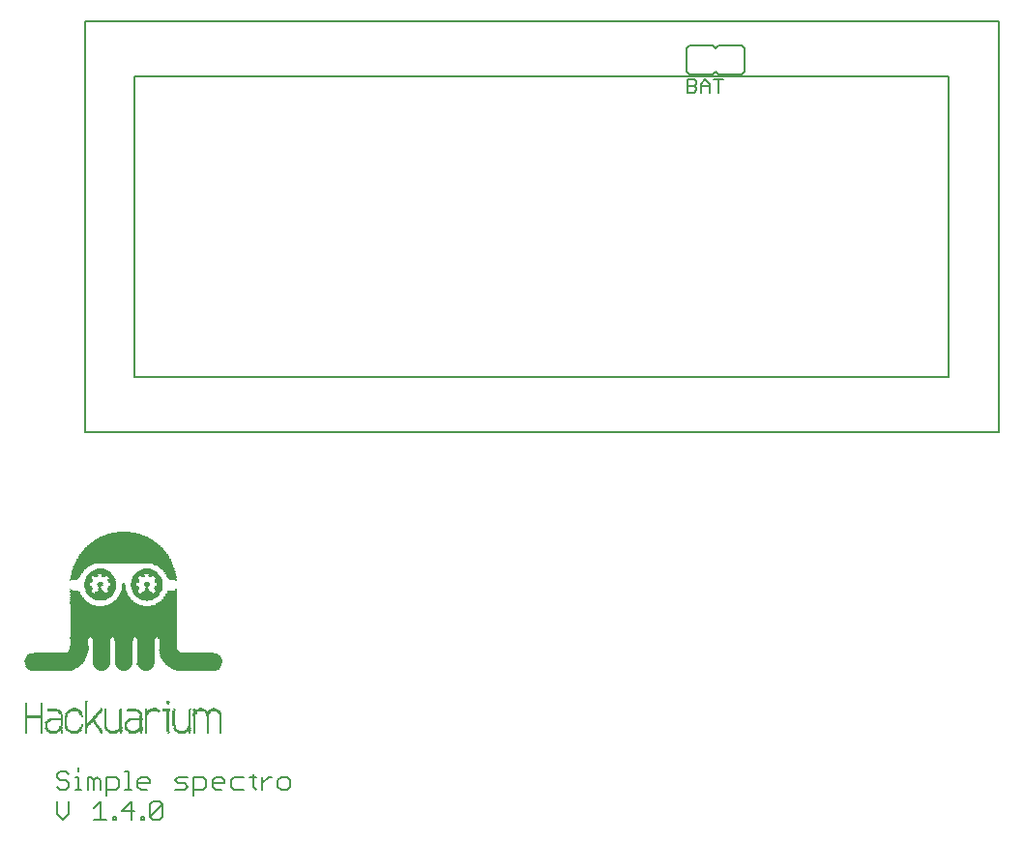
<source format=gto>
G75*
%MOIN*%
%OFA0B0*%
%FSLAX25Y25*%
%IPPOS*%
%LPD*%
%AMOC8*
5,1,8,0,0,1.08239X$1,22.5*
%
%ADD10C,0.00600*%
%ADD11R,0.00400X0.00200*%
%ADD12R,0.02400X0.00200*%
%ADD13R,0.02800X0.00200*%
%ADD14R,0.00600X0.00200*%
%ADD15R,0.02600X0.00200*%
%ADD16R,0.00800X0.00200*%
%ADD17R,0.03200X0.00200*%
%ADD18R,0.03600X0.00200*%
%ADD19R,0.01000X0.00200*%
%ADD20R,0.03400X0.00200*%
%ADD21R,0.04000X0.00200*%
%ADD22R,0.04200X0.00200*%
%ADD23R,0.03800X0.00200*%
%ADD24R,0.04400X0.00200*%
%ADD25R,0.04600X0.00200*%
%ADD26R,0.05400X0.00200*%
%ADD27R,0.01400X0.00200*%
%ADD28R,0.02200X0.00200*%
%ADD29R,0.01200X0.00200*%
%ADD30R,0.01800X0.00200*%
%ADD31R,0.02000X0.00200*%
%ADD32R,0.01600X0.00200*%
%ADD33R,0.05200X0.00200*%
%ADD34R,0.05000X0.00200*%
%ADD35R,0.04800X0.00200*%
%ADD36R,0.06000X0.00200*%
%ADD37R,0.03000X0.00200*%
%ADD38R,0.00200X0.00200*%
%ADD39R,0.12800X0.00200*%
%ADD40R,0.12200X0.00200*%
%ADD41R,0.14600X0.00200*%
%ADD42R,0.14200X0.00200*%
%ADD43R,0.15400X0.00200*%
%ADD44R,0.15200X0.00200*%
%ADD45R,0.16200X0.00200*%
%ADD46R,0.15800X0.00200*%
%ADD47R,0.16800X0.00200*%
%ADD48R,0.16400X0.00200*%
%ADD49R,0.17200X0.00200*%
%ADD50R,0.17000X0.00200*%
%ADD51R,0.17800X0.00200*%
%ADD52R,0.17600X0.00200*%
%ADD53R,0.18000X0.00200*%
%ADD54R,0.18600X0.00200*%
%ADD55R,0.18200X0.00200*%
%ADD56R,0.18800X0.00200*%
%ADD57R,0.05600X0.00200*%
%ADD58R,0.19200X0.00200*%
%ADD59R,0.05800X0.00200*%
%ADD60R,0.19000X0.00200*%
%ADD61R,0.19400X0.00200*%
%ADD62R,0.19600X0.00200*%
%ADD63R,0.19800X0.00200*%
%ADD64R,0.20200X0.00200*%
%ADD65R,0.20000X0.00200*%
%ADD66R,0.20400X0.00200*%
%ADD67R,0.20600X0.00200*%
%ADD68R,0.20800X0.00200*%
%ADD69R,0.18400X0.00200*%
%ADD70R,0.07200X0.00200*%
%ADD71R,0.06800X0.00200*%
%ADD72R,0.07000X0.00200*%
%ADD73R,0.06600X0.00200*%
%ADD74R,0.06400X0.00200*%
%ADD75R,0.06200X0.00200*%
%ADD76R,0.36800X0.00200*%
%ADD77R,0.08800X0.00200*%
%ADD78R,0.13200X0.00200*%
%ADD79R,0.09000X0.00200*%
%ADD80R,0.08000X0.00200*%
%ADD81R,0.11600X0.00200*%
%ADD82R,0.08200X0.00200*%
%ADD83R,0.07400X0.00200*%
%ADD84R,0.10400X0.00200*%
%ADD85R,0.07600X0.00200*%
%ADD86R,0.09600X0.00200*%
%ADD87R,0.07800X0.00200*%
%ADD88R,0.08400X0.00200*%
%ADD89R,0.08600X0.00200*%
%ADD90R,0.33600X0.00200*%
%ADD91R,0.33200X0.00200*%
%ADD92R,0.32800X0.00200*%
%ADD93R,0.32400X0.00200*%
%ADD94R,0.32000X0.00200*%
%ADD95R,0.31600X0.00200*%
%ADD96R,0.31200X0.00200*%
%ADD97R,0.30800X0.00200*%
%ADD98R,0.30400X0.00200*%
%ADD99R,0.30000X0.00200*%
%ADD100R,0.29600X0.00200*%
%ADD101R,0.29400X0.00200*%
%ADD102R,0.29200X0.00200*%
%ADD103R,0.28800X0.00200*%
%ADD104R,0.28400X0.00200*%
%ADD105R,0.28000X0.00200*%
%ADD106R,0.27800X0.00200*%
%ADD107R,0.27600X0.00200*%
%ADD108R,0.27200X0.00200*%
%ADD109R,0.26800X0.00200*%
%ADD110R,0.26400X0.00200*%
%ADD111R,0.26000X0.00200*%
%ADD112R,0.25600X0.00200*%
%ADD113R,0.25200X0.00200*%
%ADD114R,0.24800X0.00200*%
%ADD115R,0.24200X0.00200*%
%ADD116R,0.23600X0.00200*%
%ADD117R,0.23200X0.00200*%
%ADD118R,0.22800X0.00200*%
%ADD119R,0.22400X0.00200*%
%ADD120R,0.21600X0.00200*%
%ADD121R,0.21200X0.00200*%
%ADD122R,0.15600X0.00200*%
%ADD123R,0.14800X0.00200*%
%ADD124R,0.13800X0.00200*%
%ADD125C,0.00800*%
%ADD126C,0.00500*%
D10*
X0029600Y0009235D02*
X0031735Y0007100D01*
X0033870Y0009235D01*
X0033870Y0013505D01*
X0032803Y0017600D02*
X0030668Y0017600D01*
X0029600Y0018668D01*
X0030668Y0020803D02*
X0032803Y0020803D01*
X0033870Y0019735D01*
X0033870Y0018668D01*
X0032803Y0017600D01*
X0036045Y0017600D02*
X0038181Y0017600D01*
X0037113Y0017600D02*
X0037113Y0021870D01*
X0036045Y0021870D01*
X0037113Y0024005D02*
X0037113Y0025073D01*
X0033870Y0022938D02*
X0032803Y0024005D01*
X0030668Y0024005D01*
X0029600Y0022938D01*
X0029600Y0021870D01*
X0030668Y0020803D01*
X0029600Y0013505D02*
X0029600Y0009235D01*
X0042491Y0007100D02*
X0046761Y0007100D01*
X0044626Y0007100D02*
X0044626Y0013505D01*
X0042491Y0011370D01*
X0046788Y0015465D02*
X0046788Y0021870D01*
X0049991Y0021870D01*
X0051058Y0020803D01*
X0051058Y0018668D01*
X0049991Y0017600D01*
X0046788Y0017600D01*
X0044613Y0017600D02*
X0044613Y0020803D01*
X0043545Y0021870D01*
X0042478Y0020803D01*
X0042478Y0017600D01*
X0040342Y0017600D02*
X0040342Y0021870D01*
X0041410Y0021870D01*
X0042478Y0020803D01*
X0053233Y0024005D02*
X0054301Y0024005D01*
X0054301Y0017600D01*
X0053233Y0017600D02*
X0055369Y0017600D01*
X0057530Y0018668D02*
X0057530Y0020803D01*
X0058598Y0021870D01*
X0060733Y0021870D01*
X0061801Y0020803D01*
X0061801Y0019735D01*
X0057530Y0019735D01*
X0057530Y0018668D02*
X0058598Y0017600D01*
X0060733Y0017600D01*
X0062895Y0013505D02*
X0065030Y0013505D01*
X0066098Y0012438D01*
X0061827Y0008168D01*
X0062895Y0007100D01*
X0065030Y0007100D01*
X0066098Y0008168D01*
X0066098Y0012438D01*
X0062895Y0013505D02*
X0061827Y0012438D01*
X0061827Y0008168D01*
X0059672Y0008168D02*
X0059672Y0007100D01*
X0058605Y0007100D01*
X0058605Y0008168D01*
X0059672Y0008168D01*
X0056430Y0010303D02*
X0052159Y0010303D01*
X0055362Y0013505D01*
X0055362Y0007100D01*
X0050004Y0007100D02*
X0048936Y0007100D01*
X0048936Y0008168D01*
X0050004Y0008168D01*
X0050004Y0007100D01*
X0070421Y0017600D02*
X0073624Y0017600D01*
X0074692Y0018668D01*
X0073624Y0019735D01*
X0071489Y0019735D01*
X0070421Y0020803D01*
X0071489Y0021870D01*
X0074692Y0021870D01*
X0076867Y0021870D02*
X0080070Y0021870D01*
X0081137Y0020803D01*
X0081137Y0018668D01*
X0080070Y0017600D01*
X0076867Y0017600D01*
X0076867Y0015465D02*
X0076867Y0021870D01*
X0083312Y0020803D02*
X0083312Y0018668D01*
X0084380Y0017600D01*
X0086515Y0017600D01*
X0087583Y0019735D02*
X0083312Y0019735D01*
X0083312Y0020803D02*
X0084380Y0021870D01*
X0086515Y0021870D01*
X0087583Y0020803D01*
X0087583Y0019735D01*
X0089758Y0018668D02*
X0090826Y0017600D01*
X0094028Y0017600D01*
X0097271Y0018668D02*
X0098339Y0017600D01*
X0097271Y0018668D02*
X0097271Y0022938D01*
X0096203Y0021870D02*
X0098339Y0021870D01*
X0100500Y0021870D02*
X0100500Y0017600D01*
X0100500Y0019735D02*
X0102636Y0021870D01*
X0103703Y0021870D01*
X0105872Y0020803D02*
X0105872Y0018668D01*
X0106939Y0017600D01*
X0109074Y0017600D01*
X0110142Y0018668D01*
X0110142Y0020803D01*
X0109074Y0021870D01*
X0106939Y0021870D01*
X0105872Y0020803D01*
X0094028Y0021870D02*
X0090826Y0021870D01*
X0089758Y0020803D01*
X0089758Y0018668D01*
X0247800Y0264300D02*
X0246800Y0265300D01*
X0246800Y0273300D01*
X0247800Y0274300D01*
X0255800Y0274300D01*
X0256800Y0273300D01*
X0257800Y0274300D01*
X0265800Y0274300D01*
X0266800Y0273300D01*
X0266800Y0265300D01*
X0265800Y0264300D01*
X0257800Y0264300D01*
X0256800Y0265300D01*
X0255800Y0264300D01*
X0247800Y0264300D01*
D11*
X0045900Y0090800D03*
X0060700Y0082600D03*
X0070900Y0086400D03*
X0068100Y0047000D03*
X0064900Y0044200D03*
X0075500Y0037000D03*
X0086100Y0037000D03*
X0046500Y0045200D03*
X0038300Y0042400D03*
X0038300Y0039800D03*
X0039900Y0037000D03*
X0031300Y0037000D03*
X0024300Y0037000D03*
X0019100Y0037000D03*
D12*
X0028500Y0037000D03*
X0051100Y0037800D03*
X0055900Y0037000D03*
X0058100Y0037800D03*
X0067300Y0045200D03*
X0072700Y0037000D03*
X0064700Y0086200D03*
X0069700Y0090000D03*
X0056700Y0090000D03*
X0056700Y0089800D03*
X0056500Y0087400D03*
X0056700Y0086400D03*
X0052700Y0085200D03*
X0048500Y0086200D03*
X0048100Y0085200D03*
X0048900Y0088800D03*
X0048500Y0090000D03*
X0040700Y0089800D03*
X0040500Y0089000D03*
X0040300Y0087400D03*
X0040500Y0087200D03*
X0040700Y0086400D03*
X0041100Y0085200D03*
X0035500Y0090000D03*
D13*
X0035900Y0090400D03*
X0044700Y0093400D03*
X0048500Y0089600D03*
X0048500Y0089400D03*
X0048700Y0089000D03*
X0048700Y0087200D03*
X0048500Y0086800D03*
X0048500Y0086600D03*
X0056700Y0086600D03*
X0056700Y0086800D03*
X0056700Y0087000D03*
X0056700Y0089400D03*
X0060700Y0093400D03*
X0064700Y0089200D03*
X0064700Y0087200D03*
X0064700Y0087000D03*
X0064500Y0086800D03*
X0060700Y0082800D03*
X0069500Y0090200D03*
X0060300Y0058800D03*
X0052700Y0058800D03*
X0045100Y0058800D03*
X0035700Y0037000D03*
X0083900Y0045000D03*
D14*
X0077200Y0045200D03*
X0075600Y0045200D03*
X0070200Y0045200D03*
X0060400Y0045200D03*
X0051800Y0045200D03*
X0045200Y0045200D03*
X0040000Y0048000D03*
X0045200Y0037000D03*
X0051800Y0037000D03*
X0058800Y0037000D03*
X0060400Y0037000D03*
X0068200Y0037000D03*
X0077200Y0037000D03*
X0081600Y0037000D03*
X0024400Y0047200D03*
X0019000Y0047200D03*
X0034600Y0086200D03*
X0043200Y0090800D03*
X0059200Y0090800D03*
X0062000Y0090800D03*
X0060600Y0087200D03*
X0060600Y0087000D03*
X0070800Y0089600D03*
D15*
X0069800Y0086000D03*
X0064800Y0087400D03*
X0064600Y0086600D03*
X0064600Y0086400D03*
X0064800Y0089000D03*
X0064600Y0089400D03*
X0064600Y0089600D03*
X0064600Y0089800D03*
X0056800Y0089600D03*
X0056600Y0089200D03*
X0056600Y0089000D03*
X0056600Y0087200D03*
X0052600Y0085000D03*
X0052600Y0084800D03*
X0048600Y0086400D03*
X0048800Y0087400D03*
X0048600Y0089200D03*
X0048600Y0089800D03*
X0040600Y0089600D03*
X0040600Y0089400D03*
X0040600Y0089200D03*
X0040600Y0087000D03*
X0040600Y0086800D03*
X0040600Y0086600D03*
X0035800Y0090200D03*
X0035600Y0086000D03*
X0035800Y0045200D03*
X0049000Y0037000D03*
X0063200Y0045200D03*
X0067400Y0045000D03*
X0067400Y0044800D03*
X0067400Y0044600D03*
D16*
X0070300Y0044800D03*
X0070300Y0045000D03*
X0068100Y0048000D03*
X0075500Y0045000D03*
X0075500Y0044800D03*
X0075500Y0044600D03*
X0075500Y0044400D03*
X0075500Y0044200D03*
X0075500Y0044000D03*
X0075500Y0043800D03*
X0075500Y0043600D03*
X0075500Y0043400D03*
X0075500Y0043200D03*
X0075500Y0043000D03*
X0075500Y0042800D03*
X0075500Y0042600D03*
X0075500Y0042400D03*
X0075500Y0042200D03*
X0075500Y0042000D03*
X0075500Y0041800D03*
X0075500Y0041600D03*
X0075500Y0041400D03*
X0075500Y0041200D03*
X0075500Y0041000D03*
X0075500Y0040800D03*
X0075500Y0040600D03*
X0075500Y0040400D03*
X0075500Y0040200D03*
X0075500Y0040000D03*
X0075500Y0039800D03*
X0075500Y0039600D03*
X0075500Y0039400D03*
X0077100Y0039400D03*
X0077100Y0039600D03*
X0077100Y0039800D03*
X0077100Y0040000D03*
X0077100Y0040200D03*
X0077100Y0040400D03*
X0077100Y0040600D03*
X0077100Y0040800D03*
X0077100Y0041000D03*
X0077100Y0041200D03*
X0077100Y0041400D03*
X0077100Y0041600D03*
X0077100Y0041800D03*
X0077100Y0042000D03*
X0077100Y0042200D03*
X0077100Y0042400D03*
X0077100Y0042600D03*
X0077100Y0042800D03*
X0077100Y0045000D03*
X0081700Y0042800D03*
X0081700Y0042600D03*
X0081700Y0042400D03*
X0081700Y0042200D03*
X0081700Y0042000D03*
X0081700Y0041800D03*
X0081700Y0041600D03*
X0081700Y0041400D03*
X0081700Y0041200D03*
X0081700Y0041000D03*
X0081700Y0040800D03*
X0081700Y0040600D03*
X0081700Y0040400D03*
X0081700Y0040200D03*
X0081700Y0040000D03*
X0081700Y0039800D03*
X0081700Y0039600D03*
X0081700Y0039400D03*
X0081700Y0039200D03*
X0081700Y0039000D03*
X0081700Y0038800D03*
X0081700Y0038600D03*
X0081700Y0038400D03*
X0081700Y0038200D03*
X0081700Y0038000D03*
X0081700Y0037800D03*
X0081700Y0037600D03*
X0081700Y0037400D03*
X0081700Y0037200D03*
X0086100Y0037200D03*
X0086100Y0037400D03*
X0086100Y0037600D03*
X0086100Y0037800D03*
X0086100Y0038000D03*
X0086100Y0038200D03*
X0086100Y0038400D03*
X0086100Y0038600D03*
X0086100Y0038800D03*
X0086100Y0039000D03*
X0086100Y0039200D03*
X0086100Y0039400D03*
X0086100Y0039600D03*
X0086100Y0039800D03*
X0086100Y0040000D03*
X0086100Y0040200D03*
X0086100Y0040400D03*
X0086100Y0040600D03*
X0086100Y0040800D03*
X0086100Y0041000D03*
X0086100Y0041200D03*
X0086100Y0041400D03*
X0086100Y0041600D03*
X0086100Y0041800D03*
X0086100Y0042000D03*
X0086100Y0042200D03*
X0086100Y0042400D03*
X0086100Y0042600D03*
X0086100Y0042800D03*
X0086100Y0043000D03*
X0086100Y0043200D03*
X0085900Y0043600D03*
X0083900Y0045400D03*
X0077100Y0039200D03*
X0077100Y0039000D03*
X0077100Y0038800D03*
X0077100Y0038600D03*
X0077100Y0038400D03*
X0077100Y0038200D03*
X0077100Y0038000D03*
X0077100Y0037800D03*
X0077100Y0037600D03*
X0077100Y0037400D03*
X0077100Y0037200D03*
X0075500Y0037200D03*
X0075500Y0037400D03*
X0075500Y0037600D03*
X0070500Y0038400D03*
X0070300Y0038800D03*
X0070300Y0039000D03*
X0070300Y0039200D03*
X0070300Y0039400D03*
X0068300Y0037200D03*
X0060500Y0037200D03*
X0060500Y0037400D03*
X0060500Y0037600D03*
X0060500Y0037800D03*
X0060500Y0038000D03*
X0060500Y0038200D03*
X0060500Y0038400D03*
X0060500Y0038600D03*
X0060500Y0038800D03*
X0060500Y0039000D03*
X0060500Y0039200D03*
X0060500Y0039400D03*
X0060500Y0039600D03*
X0060500Y0039800D03*
X0060500Y0040000D03*
X0060500Y0040200D03*
X0060500Y0040400D03*
X0060500Y0040600D03*
X0060500Y0040800D03*
X0060500Y0041000D03*
X0060500Y0041200D03*
X0060500Y0041400D03*
X0060500Y0041600D03*
X0060500Y0041800D03*
X0060500Y0042000D03*
X0060500Y0042200D03*
X0060500Y0042400D03*
X0060500Y0042600D03*
X0060500Y0042800D03*
X0060500Y0043000D03*
X0060500Y0044800D03*
X0060500Y0045000D03*
X0058700Y0043400D03*
X0058700Y0043200D03*
X0058700Y0043000D03*
X0053700Y0040400D03*
X0053500Y0040000D03*
X0053500Y0039800D03*
X0053500Y0039600D03*
X0053500Y0039400D03*
X0053500Y0039200D03*
X0053500Y0039000D03*
X0053700Y0038600D03*
X0051900Y0037200D03*
X0058700Y0037200D03*
X0051900Y0045000D03*
X0046500Y0045000D03*
X0046500Y0044800D03*
X0046500Y0044600D03*
X0046500Y0044400D03*
X0046500Y0044200D03*
X0046500Y0044000D03*
X0046500Y0043800D03*
X0046500Y0043600D03*
X0046500Y0043400D03*
X0046500Y0043200D03*
X0046500Y0043000D03*
X0046500Y0042800D03*
X0046500Y0042600D03*
X0046500Y0042400D03*
X0046500Y0042200D03*
X0046500Y0042000D03*
X0046500Y0041800D03*
X0046500Y0041600D03*
X0046500Y0041400D03*
X0046500Y0041200D03*
X0046500Y0041000D03*
X0046500Y0040800D03*
X0046500Y0040600D03*
X0046500Y0040400D03*
X0046500Y0040200D03*
X0046500Y0040000D03*
X0046500Y0039800D03*
X0046500Y0039600D03*
X0046500Y0039400D03*
X0046500Y0039200D03*
X0046700Y0038600D03*
X0039900Y0038600D03*
X0039900Y0038800D03*
X0039900Y0038400D03*
X0039900Y0038200D03*
X0039900Y0038000D03*
X0039900Y0037800D03*
X0039900Y0037600D03*
X0039900Y0037400D03*
X0039900Y0037200D03*
X0038100Y0038600D03*
X0038300Y0039200D03*
X0038300Y0039400D03*
X0038300Y0039600D03*
X0039900Y0040400D03*
X0039900Y0040600D03*
X0039900Y0040800D03*
X0039900Y0041000D03*
X0039900Y0041200D03*
X0039900Y0041400D03*
X0039900Y0041600D03*
X0039900Y0041800D03*
X0039900Y0042000D03*
X0039900Y0042200D03*
X0039900Y0042400D03*
X0039900Y0042600D03*
X0039900Y0042800D03*
X0039900Y0043000D03*
X0039900Y0043200D03*
X0039900Y0043400D03*
X0039900Y0043600D03*
X0039900Y0043800D03*
X0039900Y0044000D03*
X0039900Y0044200D03*
X0039900Y0044400D03*
X0039900Y0044600D03*
X0039900Y0044800D03*
X0039900Y0045000D03*
X0039900Y0045200D03*
X0039900Y0045400D03*
X0039900Y0045600D03*
X0039900Y0045800D03*
X0039900Y0046000D03*
X0039900Y0046200D03*
X0039900Y0046400D03*
X0039900Y0046600D03*
X0039900Y0046800D03*
X0039900Y0047000D03*
X0039900Y0047200D03*
X0039900Y0047400D03*
X0039900Y0047600D03*
X0039900Y0047800D03*
X0038100Y0043600D03*
X0038300Y0043000D03*
X0038300Y0042800D03*
X0038300Y0042600D03*
X0033100Y0043000D03*
X0033100Y0043200D03*
X0032900Y0042400D03*
X0032900Y0042200D03*
X0032900Y0042000D03*
X0032900Y0041800D03*
X0032900Y0041600D03*
X0032900Y0041400D03*
X0032900Y0041200D03*
X0032900Y0041000D03*
X0032900Y0040800D03*
X0032900Y0040600D03*
X0032900Y0040400D03*
X0032900Y0040200D03*
X0032900Y0040000D03*
X0032900Y0039800D03*
X0032900Y0039600D03*
X0032900Y0039400D03*
X0033100Y0038800D03*
X0031300Y0039400D03*
X0031300Y0039600D03*
X0031300Y0039800D03*
X0031300Y0040000D03*
X0031300Y0040200D03*
X0031300Y0040400D03*
X0031300Y0040600D03*
X0031300Y0040800D03*
X0031300Y0041000D03*
X0031300Y0041200D03*
X0031300Y0042200D03*
X0031300Y0042400D03*
X0031300Y0042600D03*
X0031300Y0042800D03*
X0031300Y0043000D03*
X0031300Y0043200D03*
X0031100Y0043600D03*
X0026100Y0040200D03*
X0026100Y0040000D03*
X0026100Y0039800D03*
X0026100Y0039600D03*
X0026100Y0039400D03*
X0026100Y0039200D03*
X0026100Y0039000D03*
X0026100Y0038800D03*
X0026300Y0038400D03*
X0024300Y0038400D03*
X0024300Y0038600D03*
X0024300Y0038800D03*
X0024300Y0039000D03*
X0024300Y0039200D03*
X0024300Y0039400D03*
X0024300Y0039600D03*
X0024300Y0039800D03*
X0024300Y0040000D03*
X0024300Y0040200D03*
X0024300Y0040400D03*
X0024300Y0040600D03*
X0024300Y0040800D03*
X0024300Y0041000D03*
X0024300Y0041200D03*
X0024300Y0041400D03*
X0024300Y0041600D03*
X0024300Y0041800D03*
X0024300Y0042000D03*
X0024300Y0043000D03*
X0024300Y0043200D03*
X0024300Y0043400D03*
X0024300Y0043600D03*
X0024300Y0043800D03*
X0024300Y0044000D03*
X0024300Y0044200D03*
X0024300Y0044400D03*
X0024300Y0044600D03*
X0024300Y0044800D03*
X0024300Y0045000D03*
X0024300Y0045200D03*
X0024300Y0045400D03*
X0024300Y0045600D03*
X0024300Y0045800D03*
X0024300Y0046000D03*
X0024300Y0046200D03*
X0024300Y0046400D03*
X0024300Y0046600D03*
X0024300Y0046800D03*
X0024300Y0047000D03*
X0019100Y0047000D03*
X0019100Y0046800D03*
X0019100Y0046600D03*
X0019100Y0046400D03*
X0019100Y0046200D03*
X0019100Y0046000D03*
X0019100Y0045800D03*
X0019100Y0045600D03*
X0019100Y0045400D03*
X0019100Y0045200D03*
X0019100Y0045000D03*
X0019100Y0044800D03*
X0019100Y0044600D03*
X0019100Y0044400D03*
X0019100Y0044200D03*
X0019100Y0044000D03*
X0019100Y0043800D03*
X0019100Y0043600D03*
X0019100Y0043400D03*
X0019100Y0043200D03*
X0019100Y0043000D03*
X0019100Y0042000D03*
X0019100Y0041800D03*
X0019100Y0041600D03*
X0019100Y0041400D03*
X0019100Y0041200D03*
X0019100Y0041000D03*
X0019100Y0040800D03*
X0019100Y0040600D03*
X0019100Y0040400D03*
X0019100Y0040200D03*
X0019100Y0040000D03*
X0019100Y0039800D03*
X0019100Y0039600D03*
X0019100Y0039400D03*
X0019100Y0039200D03*
X0019100Y0039000D03*
X0019100Y0038800D03*
X0019100Y0038600D03*
X0019100Y0038400D03*
X0019100Y0038200D03*
X0019100Y0038000D03*
X0019100Y0037800D03*
X0019100Y0037600D03*
X0019100Y0037400D03*
X0019100Y0037200D03*
X0024300Y0037200D03*
X0024300Y0037400D03*
X0024300Y0037600D03*
X0024300Y0037800D03*
X0024300Y0038000D03*
X0024300Y0038200D03*
X0031300Y0037600D03*
X0031300Y0037400D03*
X0031300Y0037200D03*
X0044500Y0087000D03*
X0044500Y0087200D03*
X0044500Y0089000D03*
X0052700Y0088400D03*
X0060700Y0089000D03*
X0070500Y0089800D03*
X0070700Y0086200D03*
X0034700Y0089800D03*
D17*
X0036100Y0090800D03*
X0036100Y0091000D03*
X0036300Y0091400D03*
X0035900Y0085600D03*
X0069500Y0085800D03*
X0069300Y0090600D03*
X0069300Y0090800D03*
X0069100Y0091200D03*
X0028100Y0045200D03*
X0028500Y0037200D03*
X0072700Y0037200D03*
D18*
X0060300Y0059000D03*
X0045100Y0059000D03*
X0035700Y0037200D03*
X0036100Y0084800D03*
X0036100Y0085000D03*
X0044500Y0085400D03*
X0042100Y0091400D03*
X0046900Y0091600D03*
X0046900Y0091800D03*
X0047100Y0091400D03*
X0036700Y0092400D03*
X0036500Y0092000D03*
X0052700Y0084000D03*
X0060700Y0085400D03*
X0063100Y0091400D03*
X0063100Y0091600D03*
X0062900Y0091800D03*
X0058100Y0091400D03*
X0068700Y0092200D03*
X0068900Y0091800D03*
X0069300Y0085200D03*
X0069300Y0085000D03*
D19*
X0060600Y0086600D03*
X0060600Y0086800D03*
X0062000Y0091000D03*
X0052600Y0088200D03*
X0052600Y0088000D03*
X0044600Y0086800D03*
X0044600Y0086600D03*
X0068000Y0047800D03*
X0068000Y0047200D03*
X0068200Y0044400D03*
X0068200Y0044200D03*
X0068200Y0044000D03*
X0068200Y0043800D03*
X0068200Y0043600D03*
X0068200Y0043400D03*
X0068200Y0043200D03*
X0068200Y0043000D03*
X0068200Y0042800D03*
X0068200Y0042600D03*
X0068200Y0042400D03*
X0068200Y0042200D03*
X0068200Y0042000D03*
X0068200Y0041800D03*
X0068200Y0041600D03*
X0068200Y0041400D03*
X0068200Y0041200D03*
X0068200Y0041000D03*
X0068200Y0040800D03*
X0068200Y0040600D03*
X0068200Y0040400D03*
X0068200Y0040200D03*
X0068200Y0040000D03*
X0068200Y0039800D03*
X0068200Y0039600D03*
X0068200Y0039400D03*
X0068200Y0039200D03*
X0068200Y0039000D03*
X0068200Y0038800D03*
X0068200Y0038600D03*
X0068200Y0038400D03*
X0068200Y0038200D03*
X0068200Y0038000D03*
X0068200Y0037800D03*
X0068200Y0037600D03*
X0068200Y0037400D03*
X0070400Y0038600D03*
X0070600Y0038200D03*
X0070800Y0038000D03*
X0070200Y0039600D03*
X0070200Y0039800D03*
X0070200Y0040000D03*
X0070200Y0040200D03*
X0070200Y0040400D03*
X0070200Y0040600D03*
X0070200Y0040800D03*
X0070200Y0041000D03*
X0070200Y0041200D03*
X0070200Y0041400D03*
X0070200Y0041600D03*
X0070200Y0041800D03*
X0070200Y0042000D03*
X0070200Y0042200D03*
X0070200Y0042400D03*
X0070200Y0042600D03*
X0070200Y0042800D03*
X0070200Y0043000D03*
X0070200Y0043200D03*
X0070200Y0043400D03*
X0070200Y0043600D03*
X0070200Y0043800D03*
X0070200Y0044000D03*
X0070200Y0044200D03*
X0070200Y0044400D03*
X0070200Y0044600D03*
X0064800Y0044400D03*
X0060600Y0043400D03*
X0060600Y0043200D03*
X0058800Y0042800D03*
X0058800Y0042600D03*
X0058800Y0042400D03*
X0058800Y0042200D03*
X0058800Y0041200D03*
X0058800Y0041000D03*
X0058800Y0040800D03*
X0058800Y0040600D03*
X0058800Y0040400D03*
X0058800Y0040200D03*
X0058800Y0040000D03*
X0058800Y0039800D03*
X0058800Y0039600D03*
X0058800Y0039400D03*
X0058800Y0039200D03*
X0058800Y0037600D03*
X0058800Y0037400D03*
X0053800Y0038400D03*
X0053600Y0038800D03*
X0053600Y0040200D03*
X0053800Y0040600D03*
X0054000Y0040800D03*
X0051800Y0040800D03*
X0051800Y0041000D03*
X0051800Y0041200D03*
X0051800Y0041400D03*
X0051800Y0041600D03*
X0051800Y0041800D03*
X0051800Y0042000D03*
X0051800Y0042200D03*
X0051800Y0042400D03*
X0051800Y0042600D03*
X0051800Y0042800D03*
X0051800Y0043000D03*
X0051800Y0043200D03*
X0051800Y0043400D03*
X0051800Y0043600D03*
X0051800Y0043800D03*
X0051800Y0044000D03*
X0051800Y0044200D03*
X0051800Y0044400D03*
X0051800Y0044600D03*
X0051800Y0044800D03*
X0058400Y0043800D03*
X0058600Y0043600D03*
X0051800Y0040600D03*
X0051800Y0040400D03*
X0051800Y0040200D03*
X0051800Y0040000D03*
X0051800Y0039800D03*
X0051800Y0039600D03*
X0051800Y0039400D03*
X0051800Y0039200D03*
X0051800Y0039000D03*
X0051800Y0037400D03*
X0047000Y0038200D03*
X0046800Y0038400D03*
X0046600Y0038800D03*
X0046600Y0039000D03*
X0045000Y0037600D03*
X0044800Y0037800D03*
X0044600Y0038200D03*
X0044400Y0038400D03*
X0044200Y0038800D03*
X0044000Y0039000D03*
X0043800Y0039400D03*
X0043600Y0039600D03*
X0043400Y0039800D03*
X0043400Y0040000D03*
X0043200Y0040200D03*
X0043000Y0040400D03*
X0043000Y0040600D03*
X0042800Y0040800D03*
X0043200Y0042800D03*
X0043400Y0043000D03*
X0043600Y0043200D03*
X0045000Y0044800D03*
X0045200Y0045000D03*
X0038200Y0043400D03*
X0038200Y0043200D03*
X0038000Y0043800D03*
X0037800Y0044000D03*
X0033600Y0044000D03*
X0033400Y0043800D03*
X0033200Y0043600D03*
X0033200Y0043400D03*
X0033000Y0042800D03*
X0033000Y0042600D03*
X0031200Y0043400D03*
X0031000Y0043800D03*
X0031200Y0039200D03*
X0031200Y0039000D03*
X0033000Y0039000D03*
X0033000Y0039200D03*
X0033200Y0038600D03*
X0033200Y0038400D03*
X0033400Y0038200D03*
X0037800Y0038200D03*
X0038000Y0038400D03*
X0038200Y0038800D03*
X0038200Y0039000D03*
X0040000Y0039000D03*
X0040000Y0039200D03*
X0045200Y0037400D03*
X0045200Y0037200D03*
X0026600Y0038000D03*
X0026400Y0038200D03*
X0026200Y0038600D03*
X0026200Y0040400D03*
X0026400Y0040600D03*
X0075400Y0039200D03*
X0075400Y0039000D03*
X0075400Y0038800D03*
X0077200Y0043000D03*
X0077200Y0043200D03*
X0077200Y0043400D03*
X0079400Y0045400D03*
X0081600Y0043400D03*
X0081600Y0043200D03*
X0081600Y0043000D03*
X0085800Y0043800D03*
X0086000Y0043400D03*
D20*
X0083800Y0044800D03*
X0063200Y0045000D03*
X0056000Y0037200D03*
X0049000Y0037200D03*
X0035800Y0045000D03*
X0052800Y0059000D03*
X0052600Y0084200D03*
X0058200Y0091600D03*
X0058400Y0091800D03*
X0069000Y0091600D03*
X0069000Y0091400D03*
X0069200Y0091000D03*
X0069400Y0085600D03*
X0069400Y0085400D03*
X0042400Y0091800D03*
X0042200Y0091600D03*
X0036400Y0091600D03*
X0036400Y0091800D03*
X0036200Y0091200D03*
X0036000Y0085400D03*
X0036000Y0085200D03*
D21*
X0036300Y0084200D03*
X0036300Y0084000D03*
X0044700Y0083000D03*
X0044700Y0093200D03*
X0037100Y0093000D03*
X0036900Y0092800D03*
X0060700Y0093200D03*
X0068300Y0093000D03*
X0068500Y0092600D03*
X0069100Y0084400D03*
X0060700Y0083000D03*
X0060300Y0059200D03*
X0052700Y0059200D03*
X0045100Y0059200D03*
X0035700Y0044800D03*
X0028500Y0037400D03*
X0072700Y0037400D03*
D22*
X0056000Y0037600D03*
X0056000Y0044800D03*
X0035600Y0037400D03*
X0029600Y0042000D03*
X0028600Y0044800D03*
X0036400Y0083800D03*
X0044600Y0085200D03*
X0052600Y0083600D03*
X0060600Y0085200D03*
X0069000Y0084200D03*
X0069000Y0084000D03*
X0068400Y0092800D03*
X0068200Y0093200D03*
X0037200Y0093200D03*
D23*
X0036800Y0092600D03*
X0036600Y0092200D03*
X0042000Y0091200D03*
X0047200Y0091200D03*
X0052600Y0083800D03*
X0058000Y0091200D03*
X0063200Y0091200D03*
X0068600Y0092400D03*
X0068800Y0092000D03*
X0069200Y0084800D03*
X0069200Y0084600D03*
X0036200Y0084600D03*
X0036200Y0084400D03*
X0028400Y0045000D03*
X0049000Y0037400D03*
X0056000Y0037400D03*
X0055800Y0045000D03*
X0063200Y0044800D03*
X0083800Y0044600D03*
D24*
X0078900Y0044800D03*
X0072700Y0037600D03*
X0057100Y0042000D03*
X0056100Y0044600D03*
X0052700Y0059400D03*
X0045100Y0059400D03*
X0060300Y0059400D03*
X0035700Y0044600D03*
X0028700Y0044600D03*
X0028500Y0037600D03*
X0036500Y0083600D03*
X0037300Y0093400D03*
X0067900Y0093600D03*
X0068100Y0093400D03*
X0068900Y0083800D03*
D25*
X0068800Y0083600D03*
X0068800Y0083400D03*
X0052600Y0083400D03*
X0036600Y0083400D03*
X0037400Y0093600D03*
X0037600Y0093800D03*
X0079000Y0044600D03*
X0035600Y0037600D03*
X0029400Y0041800D03*
D26*
X0049600Y0037600D03*
X0056600Y0041400D03*
X0052800Y0060200D03*
X0068400Y0082600D03*
X0067200Y0094400D03*
X0037000Y0082600D03*
D27*
X0044600Y0086200D03*
X0044600Y0088800D03*
X0052600Y0087200D03*
X0052600Y0087000D03*
X0052600Y0086800D03*
X0052600Y0086600D03*
X0060600Y0086200D03*
X0060600Y0087600D03*
X0060600Y0088800D03*
X0080800Y0044400D03*
X0081600Y0043800D03*
X0082400Y0044400D03*
X0077400Y0044000D03*
X0075200Y0038400D03*
X0071000Y0037800D03*
X0060800Y0043800D03*
X0058600Y0038600D03*
X0051600Y0038600D03*
X0051600Y0038400D03*
X0047400Y0037800D03*
X0040200Y0039600D03*
X0042200Y0041400D03*
X0037400Y0037800D03*
X0033800Y0037800D03*
X0031000Y0038400D03*
X0026800Y0037800D03*
X0027000Y0041200D03*
X0030600Y0044200D03*
X0034000Y0044400D03*
D28*
X0030600Y0037800D03*
X0061200Y0044400D03*
X0074800Y0037800D03*
X0079400Y0045200D03*
X0081600Y0044200D03*
X0083800Y0045200D03*
X0064200Y0085200D03*
X0064400Y0085400D03*
X0064400Y0085600D03*
X0064600Y0085800D03*
X0064600Y0086000D03*
X0065000Y0088800D03*
X0064600Y0090000D03*
X0064600Y0090200D03*
X0064600Y0090400D03*
X0064400Y0090800D03*
X0064200Y0091000D03*
X0060600Y0085600D03*
X0057200Y0085200D03*
X0056600Y0086200D03*
X0056400Y0088800D03*
X0052600Y0085400D03*
X0048600Y0086000D03*
X0048400Y0085600D03*
X0048200Y0085400D03*
X0044600Y0085600D03*
X0040600Y0086200D03*
X0040200Y0088800D03*
X0040600Y0090000D03*
X0040600Y0090200D03*
X0048200Y0091000D03*
X0048600Y0090200D03*
D29*
X0045900Y0091000D03*
X0043100Y0091000D03*
X0044500Y0087400D03*
X0044500Y0086400D03*
X0052700Y0087400D03*
X0052700Y0087600D03*
X0052700Y0087800D03*
X0059300Y0091000D03*
X0060700Y0087400D03*
X0060700Y0086400D03*
X0068100Y0047600D03*
X0068100Y0047400D03*
X0063300Y0045400D03*
X0060700Y0043600D03*
X0058300Y0044000D03*
X0058100Y0044200D03*
X0054100Y0041000D03*
X0053900Y0038200D03*
X0054100Y0038000D03*
X0054300Y0037800D03*
X0051700Y0038800D03*
X0058700Y0038800D03*
X0058700Y0039000D03*
X0047100Y0038000D03*
X0044700Y0038000D03*
X0044300Y0038600D03*
X0043900Y0039200D03*
X0041500Y0040800D03*
X0041300Y0040600D03*
X0041100Y0040400D03*
X0040100Y0039400D03*
X0037700Y0038000D03*
X0033500Y0038000D03*
X0031100Y0038600D03*
X0031100Y0038800D03*
X0026700Y0041000D03*
X0026500Y0040800D03*
X0030900Y0044000D03*
X0033700Y0044200D03*
X0035900Y0045400D03*
X0037500Y0044400D03*
X0037700Y0044200D03*
X0042100Y0041600D03*
X0042300Y0041800D03*
X0042500Y0042000D03*
X0042700Y0042200D03*
X0042900Y0042400D03*
X0043100Y0042600D03*
X0043700Y0043400D03*
X0043900Y0043600D03*
X0044100Y0043800D03*
X0044300Y0044000D03*
X0044500Y0044200D03*
X0044700Y0044400D03*
X0044900Y0044600D03*
X0075300Y0038600D03*
X0077300Y0043600D03*
X0077300Y0043800D03*
X0081700Y0043600D03*
X0085300Y0044400D03*
X0085500Y0044200D03*
X0085700Y0044000D03*
D30*
X0081600Y0044000D03*
X0075000Y0038000D03*
X0061000Y0044200D03*
X0058400Y0038200D03*
X0042200Y0041200D03*
X0040400Y0040000D03*
X0030800Y0038000D03*
X0040600Y0085800D03*
X0040000Y0087600D03*
X0040000Y0087800D03*
X0040000Y0088000D03*
X0040000Y0088200D03*
X0040000Y0088400D03*
X0040000Y0088600D03*
X0040600Y0090400D03*
X0040600Y0090600D03*
X0040800Y0090800D03*
X0044600Y0088600D03*
X0044600Y0088400D03*
X0044600Y0088000D03*
X0044600Y0087800D03*
X0044600Y0085800D03*
X0049200Y0087600D03*
X0049200Y0087800D03*
X0049200Y0088000D03*
X0049200Y0088200D03*
X0049200Y0088400D03*
X0049200Y0088600D03*
X0052600Y0086000D03*
X0056000Y0087800D03*
X0056000Y0088000D03*
X0056000Y0088200D03*
X0056000Y0088400D03*
X0056600Y0090400D03*
X0060600Y0088600D03*
X0060600Y0088400D03*
X0060600Y0088200D03*
X0060600Y0088000D03*
X0060600Y0087800D03*
X0060600Y0085800D03*
X0065200Y0087600D03*
X0065200Y0087800D03*
X0065200Y0088000D03*
X0065200Y0088200D03*
X0065200Y0088400D03*
X0065200Y0088600D03*
D31*
X0064500Y0090600D03*
X0057100Y0091000D03*
X0056900Y0090800D03*
X0056700Y0090600D03*
X0056700Y0090200D03*
X0056700Y0086000D03*
X0056700Y0085800D03*
X0056700Y0085600D03*
X0056900Y0085400D03*
X0052700Y0085600D03*
X0052700Y0085800D03*
X0048500Y0085800D03*
X0048500Y0090400D03*
X0048500Y0090600D03*
X0048300Y0090800D03*
X0044500Y0088200D03*
X0040900Y0085400D03*
X0040700Y0085600D03*
X0040500Y0086000D03*
X0040900Y0091000D03*
X0045100Y0058600D03*
X0052700Y0058600D03*
X0060300Y0058600D03*
X0077700Y0044400D03*
X0058300Y0038000D03*
X0051300Y0038000D03*
X0042100Y0041000D03*
X0040500Y0040200D03*
D32*
X0040300Y0039800D03*
X0051500Y0038200D03*
X0054500Y0041200D03*
X0057700Y0044400D03*
X0060900Y0044000D03*
X0058500Y0038400D03*
X0075100Y0038200D03*
X0077500Y0044200D03*
X0030900Y0038200D03*
X0030300Y0044400D03*
X0044500Y0086000D03*
X0044500Y0087600D03*
X0052700Y0086400D03*
X0052700Y0086200D03*
X0056100Y0087600D03*
X0056100Y0088600D03*
X0060700Y0086000D03*
D33*
X0068500Y0082800D03*
X0052700Y0083000D03*
X0036900Y0082800D03*
X0037900Y0094200D03*
X0038100Y0094400D03*
X0045100Y0060000D03*
X0052700Y0060000D03*
X0060300Y0060000D03*
X0062700Y0044600D03*
X0056700Y0041600D03*
X0029100Y0041400D03*
D34*
X0029200Y0041600D03*
X0045000Y0059800D03*
X0052800Y0059800D03*
X0060400Y0059800D03*
X0060600Y0083200D03*
X0068600Y0083000D03*
X0067600Y0094000D03*
X0067400Y0094200D03*
X0044600Y0083200D03*
X0036800Y0083000D03*
D35*
X0036700Y0083200D03*
X0044700Y0093000D03*
X0037700Y0094000D03*
X0052700Y0083200D03*
X0060700Y0093000D03*
X0067700Y0093800D03*
X0068700Y0083200D03*
X0060300Y0059600D03*
X0052700Y0059600D03*
X0045100Y0059600D03*
X0056900Y0041800D03*
X0052700Y0106200D03*
D36*
X0052700Y0082600D03*
X0068100Y0082200D03*
X0060300Y0069400D03*
X0060300Y0069200D03*
X0060300Y0069000D03*
X0060300Y0068800D03*
X0060300Y0068600D03*
X0060300Y0068400D03*
X0060300Y0068200D03*
X0060300Y0068000D03*
X0060300Y0067800D03*
X0060300Y0067600D03*
X0060300Y0067400D03*
X0060300Y0067200D03*
X0060300Y0067000D03*
X0060300Y0066800D03*
X0060300Y0066600D03*
X0060300Y0066400D03*
X0060300Y0066200D03*
X0060300Y0066000D03*
X0060300Y0065800D03*
X0060300Y0065600D03*
X0060300Y0065400D03*
X0060300Y0065200D03*
X0060300Y0065000D03*
X0060300Y0064800D03*
X0060300Y0064600D03*
X0060300Y0064400D03*
X0060300Y0064200D03*
X0060300Y0064000D03*
X0060300Y0063800D03*
X0060300Y0063600D03*
X0060300Y0063400D03*
X0060300Y0063200D03*
X0060300Y0063000D03*
X0060300Y0062800D03*
X0060300Y0062600D03*
X0060300Y0062400D03*
X0060300Y0062200D03*
X0060300Y0062000D03*
X0060300Y0061800D03*
X0060300Y0061600D03*
X0060300Y0061400D03*
X0060300Y0061200D03*
X0060300Y0061000D03*
X0052700Y0061600D03*
X0052700Y0061800D03*
X0052700Y0062000D03*
X0052700Y0062200D03*
X0052700Y0062400D03*
X0052700Y0062600D03*
X0052700Y0062800D03*
X0052700Y0063000D03*
X0052700Y0063200D03*
X0052700Y0063400D03*
X0052700Y0063600D03*
X0052700Y0063800D03*
X0052700Y0064000D03*
X0052700Y0064200D03*
X0052700Y0064400D03*
X0052700Y0064600D03*
X0052700Y0064800D03*
X0052700Y0065000D03*
X0052700Y0065200D03*
X0052700Y0065400D03*
X0052700Y0065600D03*
X0052700Y0065800D03*
X0052700Y0066000D03*
X0052700Y0066200D03*
X0052700Y0066400D03*
X0052700Y0066600D03*
X0052700Y0066800D03*
X0052700Y0067000D03*
X0052700Y0067200D03*
X0052700Y0067400D03*
X0052700Y0067600D03*
X0052700Y0067800D03*
X0052700Y0068000D03*
X0052700Y0068200D03*
X0052700Y0068400D03*
X0052700Y0068600D03*
X0045100Y0068600D03*
X0045100Y0068400D03*
X0045100Y0068200D03*
X0045100Y0068000D03*
X0045100Y0067800D03*
X0045100Y0067600D03*
X0045100Y0067400D03*
X0045100Y0067200D03*
X0045100Y0067000D03*
X0045100Y0066800D03*
X0045100Y0066600D03*
X0045100Y0066400D03*
X0045100Y0066200D03*
X0045100Y0066000D03*
X0045100Y0065800D03*
X0045100Y0065600D03*
X0045100Y0065400D03*
X0045100Y0065200D03*
X0045100Y0065000D03*
X0045100Y0064800D03*
X0045100Y0064600D03*
X0045100Y0064400D03*
X0045100Y0064200D03*
X0045100Y0064000D03*
X0045100Y0063800D03*
X0045100Y0063600D03*
X0045100Y0063400D03*
X0045100Y0063200D03*
X0045100Y0063000D03*
X0045100Y0062800D03*
X0045100Y0062600D03*
X0045100Y0062400D03*
X0045100Y0062200D03*
X0045100Y0062000D03*
X0045100Y0061800D03*
X0045100Y0061600D03*
X0045100Y0061400D03*
X0021700Y0042800D03*
X0021700Y0042600D03*
X0021700Y0042400D03*
X0021700Y0042200D03*
X0037300Y0082000D03*
D37*
X0035800Y0085800D03*
X0036000Y0090600D03*
X0044600Y0082800D03*
X0048600Y0087000D03*
X0052600Y0084600D03*
X0052600Y0084400D03*
X0069400Y0090400D03*
X0079400Y0045000D03*
X0055600Y0045200D03*
D38*
X0045200Y0045400D03*
X0034400Y0086400D03*
X0034400Y0089600D03*
X0052600Y0088600D03*
X0071000Y0086600D03*
D39*
X0052700Y0105200D03*
X0027300Y0058400D03*
D40*
X0078000Y0058400D03*
D41*
X0027600Y0058600D03*
D42*
X0077800Y0058600D03*
D43*
X0027600Y0058800D03*
D44*
X0077700Y0058800D03*
D45*
X0027800Y0059000D03*
D46*
X0077600Y0059000D03*
D47*
X0027900Y0059200D03*
D48*
X0077500Y0059200D03*
X0052700Y0104400D03*
D49*
X0052700Y0104200D03*
X0027900Y0059400D03*
D50*
X0077400Y0059400D03*
D51*
X0077200Y0059800D03*
X0028000Y0059600D03*
D52*
X0077300Y0059600D03*
D53*
X0028100Y0059800D03*
X0052700Y0104000D03*
D54*
X0052600Y0103800D03*
X0031000Y0064400D03*
X0028200Y0060000D03*
X0077000Y0060200D03*
D55*
X0077200Y0060000D03*
D56*
X0028300Y0060200D03*
D57*
X0045100Y0060200D03*
X0052700Y0060400D03*
X0060300Y0060400D03*
X0060300Y0060200D03*
X0068300Y0082400D03*
X0060700Y0092800D03*
X0067100Y0094600D03*
X0052700Y0082800D03*
X0044700Y0083400D03*
X0037100Y0082400D03*
X0044700Y0092800D03*
X0038300Y0094600D03*
D58*
X0052700Y0103600D03*
X0076900Y0060600D03*
X0028300Y0060400D03*
D59*
X0045000Y0060400D03*
X0045000Y0060600D03*
X0045000Y0060800D03*
X0045000Y0061000D03*
X0045000Y0061200D03*
X0052800Y0061200D03*
X0052800Y0061400D03*
X0052800Y0061000D03*
X0052800Y0060800D03*
X0052800Y0060600D03*
X0060200Y0060600D03*
X0060200Y0060800D03*
X0037200Y0082200D03*
X0038600Y0094800D03*
X0060600Y0083400D03*
X0066800Y0094800D03*
D60*
X0077000Y0060400D03*
D61*
X0076800Y0060800D03*
X0028400Y0060600D03*
D62*
X0028500Y0060800D03*
X0076700Y0061000D03*
D63*
X0076600Y0061200D03*
X0075000Y0064200D03*
X0030200Y0064200D03*
X0028600Y0061000D03*
D64*
X0028600Y0061200D03*
X0028600Y0061400D03*
X0030000Y0064000D03*
X0075400Y0063800D03*
X0076400Y0061800D03*
D65*
X0076500Y0061600D03*
X0076700Y0061400D03*
X0075300Y0064000D03*
X0052700Y0103400D03*
D66*
X0029900Y0063800D03*
X0029700Y0063600D03*
X0028900Y0061800D03*
X0028700Y0061600D03*
X0075500Y0063600D03*
X0075700Y0063400D03*
X0075900Y0063000D03*
X0076100Y0062600D03*
X0076300Y0062200D03*
X0076300Y0062000D03*
D67*
X0076200Y0062400D03*
X0076000Y0062800D03*
X0075800Y0063200D03*
X0029600Y0063400D03*
X0029400Y0063000D03*
X0029200Y0062600D03*
X0029000Y0062200D03*
X0029000Y0062000D03*
X0052600Y0103200D03*
D68*
X0029500Y0063200D03*
X0029300Y0062800D03*
X0029100Y0062400D03*
D69*
X0074300Y0064400D03*
D70*
X0068700Y0064600D03*
X0060300Y0070000D03*
X0052700Y0070000D03*
X0045100Y0070000D03*
X0036700Y0064600D03*
X0044700Y0084000D03*
X0044700Y0092200D03*
X0060700Y0092200D03*
X0065900Y0095400D03*
X0060700Y0084000D03*
X0067500Y0081400D03*
X0052700Y0106000D03*
D71*
X0039100Y0095200D03*
X0044700Y0083800D03*
X0060700Y0083800D03*
X0067700Y0081600D03*
X0067700Y0070000D03*
X0060700Y0092400D03*
X0037700Y0070000D03*
X0036900Y0064800D03*
D72*
X0037800Y0081400D03*
X0052600Y0082200D03*
X0068600Y0064800D03*
D73*
X0068400Y0065000D03*
X0068200Y0065400D03*
X0052600Y0069800D03*
X0045000Y0069800D03*
X0037200Y0065400D03*
X0037000Y0065000D03*
X0037600Y0081600D03*
X0044600Y0092400D03*
X0066200Y0095200D03*
D74*
X0066500Y0095000D03*
X0052700Y0082400D03*
X0037500Y0081800D03*
X0037500Y0069800D03*
X0037500Y0069600D03*
X0037300Y0066800D03*
X0037300Y0066600D03*
X0037300Y0066400D03*
X0037300Y0066200D03*
X0037300Y0066000D03*
X0037300Y0065800D03*
X0037300Y0065600D03*
X0037100Y0065200D03*
X0045100Y0069600D03*
X0052700Y0069600D03*
X0052700Y0069400D03*
X0052700Y0069200D03*
X0052700Y0069000D03*
X0060300Y0069600D03*
X0060300Y0069800D03*
X0067900Y0069800D03*
X0067900Y0069600D03*
X0068100Y0065600D03*
X0068300Y0065200D03*
X0067900Y0081800D03*
D75*
X0068000Y0082000D03*
X0060600Y0083600D03*
X0060600Y0092600D03*
X0044600Y0092600D03*
X0038800Y0095000D03*
X0044600Y0083600D03*
X0045200Y0069400D03*
X0045200Y0069200D03*
X0045200Y0069000D03*
X0045200Y0068800D03*
X0052800Y0068800D03*
X0068000Y0068800D03*
X0068000Y0069000D03*
X0068000Y0069200D03*
X0068000Y0069400D03*
X0068000Y0068600D03*
X0068000Y0068400D03*
X0068000Y0068200D03*
X0068000Y0068000D03*
X0068000Y0067800D03*
X0068000Y0067600D03*
X0068000Y0067400D03*
X0068000Y0067200D03*
X0068000Y0067000D03*
X0068000Y0066800D03*
X0068000Y0066600D03*
X0068000Y0066400D03*
X0068000Y0066200D03*
X0068000Y0066000D03*
X0068000Y0065800D03*
X0037400Y0067000D03*
X0037400Y0067200D03*
X0037400Y0067400D03*
X0037400Y0067600D03*
X0037400Y0067800D03*
X0037400Y0068000D03*
X0037400Y0068200D03*
X0037400Y0068400D03*
X0037400Y0068600D03*
X0037400Y0068800D03*
X0037400Y0069000D03*
X0037400Y0069200D03*
X0037400Y0069400D03*
D76*
X0052700Y0070200D03*
X0052700Y0070400D03*
X0052700Y0070600D03*
X0052700Y0070800D03*
X0052700Y0071000D03*
X0052700Y0071200D03*
X0052700Y0071400D03*
X0052700Y0071600D03*
X0052700Y0071800D03*
X0052700Y0072000D03*
X0052700Y0072200D03*
X0052700Y0072400D03*
X0052700Y0072600D03*
X0052700Y0072800D03*
X0052700Y0073000D03*
X0052700Y0073200D03*
X0052700Y0073400D03*
X0052700Y0073600D03*
X0052700Y0073800D03*
X0052700Y0074000D03*
X0052700Y0074200D03*
X0052700Y0074400D03*
X0052700Y0074600D03*
X0052700Y0074800D03*
X0052700Y0075000D03*
X0052700Y0075200D03*
X0052700Y0075400D03*
X0052700Y0075600D03*
X0052700Y0075800D03*
X0052700Y0076000D03*
X0052700Y0076200D03*
X0052700Y0076400D03*
X0052700Y0076600D03*
X0052700Y0076800D03*
X0052700Y0077000D03*
X0052700Y0077200D03*
X0052700Y0077400D03*
X0052700Y0077600D03*
X0052700Y0077800D03*
X0052700Y0078000D03*
X0052700Y0078200D03*
X0052700Y0078400D03*
X0052700Y0078600D03*
X0052700Y0078800D03*
X0052700Y0079000D03*
X0052700Y0079200D03*
X0052700Y0079400D03*
X0052700Y0079600D03*
X0052700Y0079800D03*
X0052700Y0080000D03*
X0052700Y0080200D03*
X0052700Y0080400D03*
X0052700Y0080600D03*
D77*
X0052700Y0081600D03*
X0060700Y0084800D03*
X0038700Y0080800D03*
X0052700Y0105800D03*
D78*
X0052700Y0080800D03*
D79*
X0060600Y0085000D03*
X0066600Y0080800D03*
X0044600Y0085000D03*
D80*
X0038300Y0081000D03*
X0060700Y0084400D03*
D81*
X0052700Y0081000D03*
X0052700Y0105400D03*
D82*
X0044600Y0084400D03*
X0052600Y0081800D03*
X0067000Y0081000D03*
D83*
X0052600Y0082000D03*
X0038000Y0081200D03*
D84*
X0052700Y0081200D03*
X0052700Y0105600D03*
D85*
X0039700Y0095400D03*
X0044700Y0092000D03*
X0060700Y0092000D03*
X0067300Y0081200D03*
D86*
X0052700Y0081400D03*
D87*
X0060600Y0084200D03*
X0044600Y0084200D03*
D88*
X0044700Y0084600D03*
X0060700Y0084600D03*
D89*
X0044600Y0084800D03*
D90*
X0052700Y0095600D03*
D91*
X0052700Y0095800D03*
X0052700Y0096000D03*
D92*
X0052700Y0096200D03*
X0052700Y0096400D03*
D93*
X0052700Y0096600D03*
X0052700Y0096800D03*
D94*
X0052700Y0097000D03*
D95*
X0052700Y0097200D03*
X0052700Y0097400D03*
D96*
X0052700Y0097600D03*
X0052700Y0097800D03*
D97*
X0052700Y0098000D03*
D98*
X0052700Y0098200D03*
X0052700Y0098400D03*
D99*
X0052700Y0098600D03*
D100*
X0052700Y0098800D03*
D101*
X0052600Y0099000D03*
D102*
X0052700Y0099200D03*
D103*
X0052700Y0099400D03*
D104*
X0052700Y0099600D03*
D105*
X0052700Y0099800D03*
D106*
X0052600Y0100000D03*
D107*
X0052700Y0100200D03*
D108*
X0052700Y0100400D03*
D109*
X0052700Y0100600D03*
D110*
X0052700Y0100800D03*
D111*
X0052700Y0101000D03*
D112*
X0052700Y0101200D03*
D113*
X0052700Y0101400D03*
D114*
X0052700Y0101600D03*
D115*
X0052600Y0101800D03*
D116*
X0052700Y0102000D03*
D117*
X0052700Y0102200D03*
D118*
X0052700Y0102400D03*
D119*
X0052700Y0102600D03*
D120*
X0052700Y0102800D03*
D121*
X0052700Y0103000D03*
D122*
X0052700Y0104600D03*
D123*
X0052700Y0104800D03*
D124*
X0052600Y0105000D03*
D125*
X0039320Y0140934D02*
X0039320Y0282666D01*
X0354280Y0282666D01*
X0354280Y0140934D01*
X0039320Y0140934D01*
X0056446Y0160028D02*
X0056446Y0263572D01*
X0337154Y0263572D01*
X0337154Y0160028D01*
X0056446Y0160028D01*
D126*
X0247050Y0258050D02*
X0249302Y0258050D01*
X0250053Y0258801D01*
X0250053Y0259551D01*
X0249302Y0260302D01*
X0247050Y0260302D01*
X0247050Y0258050D02*
X0247050Y0262554D01*
X0249302Y0262554D01*
X0250053Y0261803D01*
X0250053Y0261053D01*
X0249302Y0260302D01*
X0251654Y0260302D02*
X0254656Y0260302D01*
X0254656Y0261053D02*
X0254656Y0258050D01*
X0251654Y0258050D02*
X0251654Y0261053D01*
X0253155Y0262554D01*
X0254656Y0261053D01*
X0256258Y0262554D02*
X0259260Y0262554D01*
X0257759Y0262554D02*
X0257759Y0258050D01*
M02*

</source>
